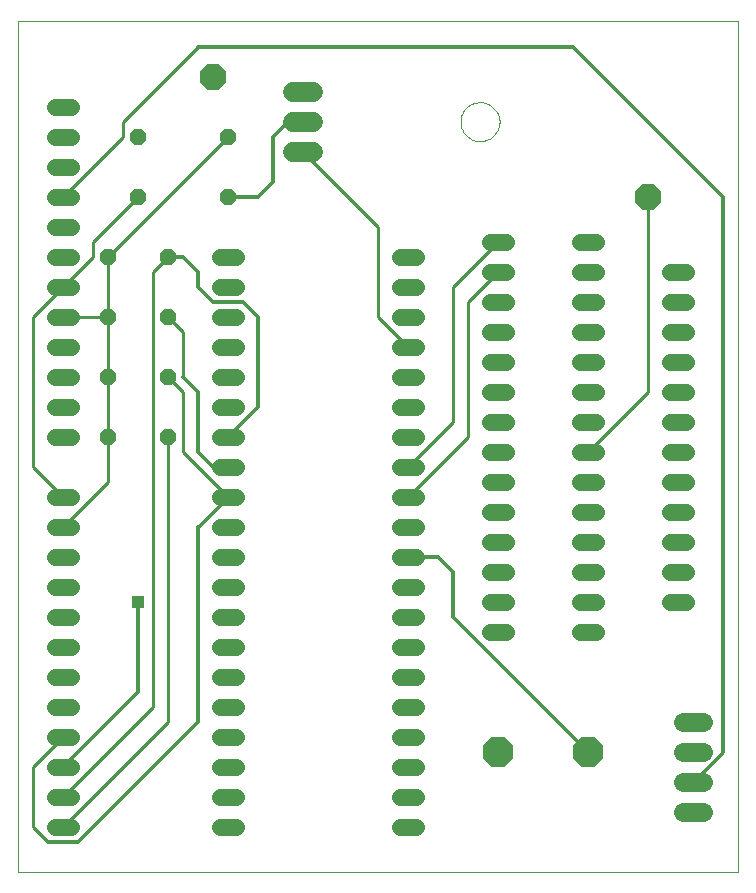
<source format=gtl>
G75*
%MOIN*%
%OFA0B0*%
%FSLAX24Y24*%
%IPPOS*%
%LPD*%
%AMOC8*
5,1,8,0,0,1.08239X$1,22.5*
%
%ADD10C,0.0000*%
%ADD11C,0.0560*%
%ADD12OC8,0.0560*%
%ADD13OC8,0.0850*%
%ADD14C,0.0640*%
%ADD15OC8,0.1000*%
%ADD16C,0.0680*%
%ADD17C,0.0100*%
%ADD18C,0.0120*%
%ADD19R,0.0436X0.0436*%
D10*
X000100Y000100D02*
X000100Y028470D01*
X024092Y028470D01*
X024092Y000100D01*
X000100Y000100D01*
X014850Y025100D02*
X014852Y025150D01*
X014858Y025200D01*
X014868Y025250D01*
X014881Y025298D01*
X014898Y025346D01*
X014919Y025392D01*
X014943Y025436D01*
X014971Y025478D01*
X015002Y025518D01*
X015036Y025555D01*
X015073Y025590D01*
X015112Y025621D01*
X015153Y025650D01*
X015197Y025675D01*
X015243Y025697D01*
X015290Y025715D01*
X015338Y025729D01*
X015387Y025740D01*
X015437Y025747D01*
X015487Y025750D01*
X015538Y025749D01*
X015588Y025744D01*
X015638Y025735D01*
X015686Y025723D01*
X015734Y025706D01*
X015780Y025686D01*
X015825Y025663D01*
X015868Y025636D01*
X015908Y025606D01*
X015946Y025573D01*
X015981Y025537D01*
X016014Y025498D01*
X016043Y025457D01*
X016069Y025414D01*
X016092Y025369D01*
X016111Y025322D01*
X016126Y025274D01*
X016138Y025225D01*
X016146Y025175D01*
X016150Y025125D01*
X016150Y025075D01*
X016146Y025025D01*
X016138Y024975D01*
X016126Y024926D01*
X016111Y024878D01*
X016092Y024831D01*
X016069Y024786D01*
X016043Y024743D01*
X016014Y024702D01*
X015981Y024663D01*
X015946Y024627D01*
X015908Y024594D01*
X015868Y024564D01*
X015825Y024537D01*
X015780Y024514D01*
X015734Y024494D01*
X015686Y024477D01*
X015638Y024465D01*
X015588Y024456D01*
X015538Y024451D01*
X015487Y024450D01*
X015437Y024453D01*
X015387Y024460D01*
X015338Y024471D01*
X015290Y024485D01*
X015243Y024503D01*
X015197Y024525D01*
X015153Y024550D01*
X015112Y024579D01*
X015073Y024610D01*
X015036Y024645D01*
X015002Y024682D01*
X014971Y024722D01*
X014943Y024764D01*
X014919Y024808D01*
X014898Y024854D01*
X014881Y024902D01*
X014868Y024950D01*
X014858Y025000D01*
X014852Y025050D01*
X014850Y025100D01*
D11*
X015820Y021100D02*
X016380Y021100D01*
X016380Y020100D02*
X015820Y020100D01*
X015820Y019100D02*
X016380Y019100D01*
X016380Y018100D02*
X015820Y018100D01*
X015820Y017100D02*
X016380Y017100D01*
X016380Y016100D02*
X015820Y016100D01*
X015820Y015100D02*
X016380Y015100D01*
X016380Y014100D02*
X015820Y014100D01*
X015820Y013100D02*
X016380Y013100D01*
X016380Y012100D02*
X015820Y012100D01*
X015820Y011100D02*
X016380Y011100D01*
X016380Y010100D02*
X015820Y010100D01*
X015820Y009100D02*
X016380Y009100D01*
X016380Y008100D02*
X015820Y008100D01*
X013380Y007600D02*
X012820Y007600D01*
X012820Y006600D02*
X013380Y006600D01*
X013380Y005600D02*
X012820Y005600D01*
X012820Y004600D02*
X013380Y004600D01*
X013380Y003600D02*
X012820Y003600D01*
X012820Y002600D02*
X013380Y002600D01*
X013380Y001600D02*
X012820Y001600D01*
X007380Y001600D02*
X006820Y001600D01*
X006820Y002600D02*
X007380Y002600D01*
X007380Y003600D02*
X006820Y003600D01*
X006820Y004600D02*
X007380Y004600D01*
X007380Y005600D02*
X006820Y005600D01*
X006820Y006600D02*
X007380Y006600D01*
X007380Y007600D02*
X006820Y007600D01*
X006820Y008600D02*
X007380Y008600D01*
X007380Y009600D02*
X006820Y009600D01*
X006820Y010600D02*
X007380Y010600D01*
X007380Y011600D02*
X006820Y011600D01*
X006820Y012600D02*
X007380Y012600D01*
X007380Y013600D02*
X006820Y013600D01*
X006820Y014600D02*
X007380Y014600D01*
X007380Y015600D02*
X006820Y015600D01*
X006820Y016600D02*
X007380Y016600D01*
X007380Y017600D02*
X006820Y017600D01*
X006820Y018600D02*
X007380Y018600D01*
X007380Y019600D02*
X006820Y019600D01*
X006820Y020600D02*
X007380Y020600D01*
X012820Y020600D02*
X013380Y020600D01*
X013380Y019600D02*
X012820Y019600D01*
X012820Y018600D02*
X013380Y018600D01*
X013380Y017600D02*
X012820Y017600D01*
X012820Y016600D02*
X013380Y016600D01*
X013380Y015600D02*
X012820Y015600D01*
X012820Y014600D02*
X013380Y014600D01*
X013380Y013600D02*
X012820Y013600D01*
X012820Y012600D02*
X013380Y012600D01*
X013380Y011600D02*
X012820Y011600D01*
X012820Y010600D02*
X013380Y010600D01*
X013380Y009600D02*
X012820Y009600D01*
X012820Y008600D02*
X013380Y008600D01*
X018820Y008100D02*
X019380Y008100D01*
X019380Y009100D02*
X018820Y009100D01*
X018820Y010100D02*
X019380Y010100D01*
X019380Y011100D02*
X018820Y011100D01*
X018820Y012100D02*
X019380Y012100D01*
X019380Y013100D02*
X018820Y013100D01*
X018820Y014100D02*
X019380Y014100D01*
X019380Y015100D02*
X018820Y015100D01*
X018820Y016100D02*
X019380Y016100D01*
X019380Y017100D02*
X018820Y017100D01*
X018820Y018100D02*
X019380Y018100D01*
X019380Y019100D02*
X018820Y019100D01*
X018820Y020100D02*
X019380Y020100D01*
X019380Y021100D02*
X018820Y021100D01*
X021820Y020100D02*
X022380Y020100D01*
X022380Y019100D02*
X021820Y019100D01*
X021820Y018100D02*
X022380Y018100D01*
X022380Y017100D02*
X021820Y017100D01*
X021820Y016100D02*
X022380Y016100D01*
X022380Y015100D02*
X021820Y015100D01*
X021820Y014100D02*
X022380Y014100D01*
X022380Y013100D02*
X021820Y013100D01*
X021820Y012100D02*
X022380Y012100D01*
X022380Y011100D02*
X021820Y011100D01*
X021820Y010100D02*
X022380Y010100D01*
X022380Y009100D02*
X021820Y009100D01*
X001880Y008600D02*
X001320Y008600D01*
X001320Y009600D02*
X001880Y009600D01*
X001880Y010600D02*
X001320Y010600D01*
X001320Y011600D02*
X001880Y011600D01*
X001880Y012600D02*
X001320Y012600D01*
X001320Y014600D02*
X001880Y014600D01*
X001880Y015600D02*
X001320Y015600D01*
X001320Y016600D02*
X001880Y016600D01*
X001880Y017600D02*
X001320Y017600D01*
X001320Y018600D02*
X001880Y018600D01*
X001880Y019600D02*
X001320Y019600D01*
X001320Y020600D02*
X001880Y020600D01*
X001880Y021600D02*
X001320Y021600D01*
X001320Y022600D02*
X001880Y022600D01*
X001880Y023600D02*
X001320Y023600D01*
X001320Y024600D02*
X001880Y024600D01*
X001880Y025600D02*
X001320Y025600D01*
X001320Y007600D02*
X001880Y007600D01*
X001880Y006600D02*
X001320Y006600D01*
X001320Y005600D02*
X001880Y005600D01*
X001880Y004600D02*
X001320Y004600D01*
X001320Y003600D02*
X001880Y003600D01*
X001880Y002600D02*
X001320Y002600D01*
X001320Y001600D02*
X001880Y001600D01*
D12*
X003100Y014600D03*
X003100Y016600D03*
X003100Y018600D03*
X003100Y020600D03*
X004100Y022600D03*
X004100Y024600D03*
X007100Y024600D03*
X007100Y022600D03*
X005100Y020600D03*
X005100Y018600D03*
X005100Y016600D03*
X005100Y014600D03*
D13*
X006600Y026600D03*
X021100Y022600D03*
D14*
X022280Y005100D02*
X022920Y005100D01*
X022920Y004100D02*
X022280Y004100D01*
X022280Y003100D02*
X022920Y003100D01*
X022920Y002100D02*
X022280Y002100D01*
D15*
X019100Y004100D03*
X016100Y004100D03*
D16*
X009940Y024100D02*
X009260Y024100D01*
X009260Y025100D02*
X009940Y025100D01*
X009940Y026100D02*
X009260Y026100D01*
D17*
X009600Y024100D02*
X012100Y021600D01*
X012100Y018600D01*
X013100Y017600D01*
X014600Y019600D02*
X016100Y021100D01*
X016100Y020100D02*
X015100Y019100D01*
X015100Y014600D01*
X013100Y012600D01*
X013100Y013600D02*
X014600Y015100D01*
X014600Y019600D01*
X019100Y014100D02*
X021100Y016100D01*
X021100Y022600D01*
X007100Y024600D02*
X003100Y020600D01*
X003100Y018600D01*
X001600Y018600D01*
X001600Y019600D02*
X002600Y020600D01*
X002600Y021100D01*
X004100Y022600D01*
X003600Y024600D02*
X003600Y025100D01*
X006100Y027600D01*
X003600Y024600D02*
X001600Y022600D01*
X001600Y019600D02*
X000600Y018600D01*
X000600Y013600D01*
X001600Y012600D01*
X001600Y011600D02*
X003100Y013100D01*
X003100Y014600D01*
X003100Y016600D01*
X003100Y018600D01*
X004600Y020100D02*
X005100Y020600D01*
X004600Y020100D02*
X004600Y005600D01*
X001600Y002600D01*
X001600Y001600D02*
X005100Y005100D01*
X005100Y014600D01*
X005600Y014100D02*
X007100Y012600D01*
X006100Y011600D01*
X005600Y014100D02*
X005600Y016100D01*
X005100Y016600D01*
X005600Y016600D02*
X005600Y018100D01*
X005100Y018600D01*
X001600Y004600D02*
X000600Y003600D01*
X000600Y001600D01*
X001100Y001100D01*
X018100Y005100D02*
X019100Y004100D01*
X022600Y003100D02*
X023600Y004100D01*
D18*
X023600Y022600D01*
X018600Y027600D01*
X006100Y027600D01*
X008600Y024600D02*
X008600Y023100D01*
X008100Y022600D01*
X007100Y022600D01*
X005600Y020600D02*
X005100Y020600D01*
X005600Y020600D02*
X006100Y020100D01*
X006100Y019600D01*
X006600Y019100D01*
X007600Y019100D01*
X008100Y018600D01*
X008100Y015600D01*
X007100Y014600D01*
X007100Y013600D02*
X006600Y013600D01*
X006100Y014100D01*
X006100Y016100D01*
X005600Y016600D01*
X006100Y011600D02*
X006100Y005100D01*
X002100Y001100D01*
X001100Y001100D01*
X001600Y003600D02*
X004100Y006100D01*
X004100Y009100D01*
X013100Y010600D02*
X014100Y010600D01*
X014600Y010100D01*
X014600Y008600D01*
X018100Y005100D01*
X008600Y024600D02*
X009100Y025100D01*
X009600Y025100D01*
D19*
X004100Y009100D03*
M02*

</source>
